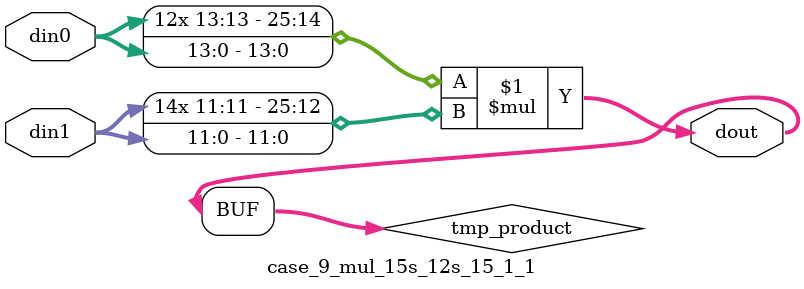
<source format=v>

`timescale 1 ns / 1 ps

 module case_9_mul_15s_12s_15_1_1(din0, din1, dout);
parameter ID = 1;
parameter NUM_STAGE = 0;
parameter din0_WIDTH = 14;
parameter din1_WIDTH = 12;
parameter dout_WIDTH = 26;

input [din0_WIDTH - 1 : 0] din0; 
input [din1_WIDTH - 1 : 0] din1; 
output [dout_WIDTH - 1 : 0] dout;

wire signed [dout_WIDTH - 1 : 0] tmp_product;



























assign tmp_product = $signed(din0) * $signed(din1);








assign dout = tmp_product;





















endmodule

</source>
